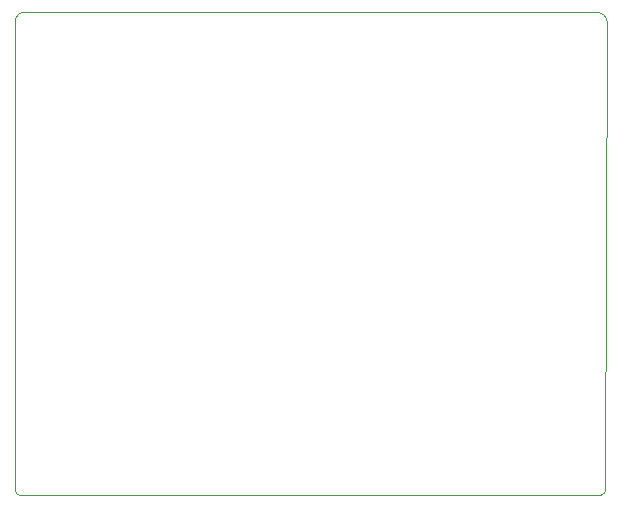
<source format=gbo>
G75*
G70*
%OFA0B0*%
%FSLAX24Y24*%
%IPPOS*%
%LPD*%
%AMOC8*
5,1,8,0,0,1.08239X$1,22.5*
%
%ADD10C,0.0000*%
D10*
X002348Y003185D02*
X021596Y003185D01*
X021596Y003184D02*
X021625Y003181D01*
X021654Y003182D01*
X021683Y003186D01*
X021711Y003193D01*
X021739Y003204D01*
X021764Y003218D01*
X021788Y003235D01*
X021810Y003255D01*
X021829Y003278D01*
X021845Y003302D01*
X021858Y003328D01*
X021868Y003356D01*
X021875Y003385D01*
X021874Y003385D02*
X021914Y018935D01*
X021913Y018970D01*
X021909Y019004D01*
X021901Y019037D01*
X021890Y019070D01*
X021875Y019101D01*
X021857Y019131D01*
X021836Y019158D01*
X021813Y019183D01*
X021787Y019206D01*
X021759Y019225D01*
X021728Y019242D01*
X021697Y019255D01*
X021664Y019265D01*
X021630Y019272D01*
X021595Y019275D01*
X002456Y019275D01*
X002425Y019272D01*
X002394Y019265D01*
X002364Y019255D01*
X002335Y019241D01*
X002309Y019224D01*
X002284Y019204D01*
X002262Y019182D01*
X002243Y019156D01*
X002227Y019129D01*
X002214Y019100D01*
X002205Y019070D01*
X002199Y019039D01*
X002197Y019008D01*
X002187Y003394D01*
X002188Y003394D02*
X002186Y003370D01*
X002187Y003345D01*
X002192Y003321D01*
X002199Y003298D01*
X002210Y003276D01*
X002224Y003255D01*
X002240Y003237D01*
X002258Y003221D01*
X002279Y003207D01*
X002301Y003197D01*
X002324Y003189D01*
X002348Y003185D01*
M02*

</source>
